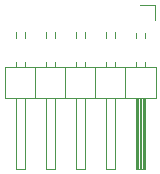
<source format=gbr>
G04 #@! TF.GenerationSoftware,KiCad,Pcbnew,(5.1.4)-1*
G04 #@! TF.CreationDate,2020-03-30T14:47:18-04:00*
G04 #@! TF.ProjectId,ProgAdapter,50726f67-4164-4617-9074-65722e6b6963,rev?*
G04 #@! TF.SameCoordinates,Original*
G04 #@! TF.FileFunction,Legend,Top*
G04 #@! TF.FilePolarity,Positive*
%FSLAX46Y46*%
G04 Gerber Fmt 4.6, Leading zero omitted, Abs format (unit mm)*
G04 Created by KiCad (PCBNEW (5.1.4)-1) date 2020-03-30 14:47:18*
%MOMM*%
%LPD*%
G04 APERTURE LIST*
%ADD10C,0.120000*%
G04 APERTURE END LIST*
D10*
X120850000Y-93830000D02*
X120850000Y-95100000D01*
X119580000Y-93830000D02*
X120850000Y-93830000D01*
X109040000Y-96142929D02*
X109040000Y-96597071D01*
X109800000Y-96142929D02*
X109800000Y-96597071D01*
X109040000Y-98682929D02*
X109040000Y-99080000D01*
X109800000Y-98682929D02*
X109800000Y-99080000D01*
X109040000Y-107740000D02*
X109040000Y-101740000D01*
X109800000Y-107740000D02*
X109040000Y-107740000D01*
X109800000Y-101740000D02*
X109800000Y-107740000D01*
X110690000Y-99080000D02*
X110690000Y-101740000D01*
X111580000Y-96142929D02*
X111580000Y-96597071D01*
X112340000Y-96142929D02*
X112340000Y-96597071D01*
X111580000Y-98682929D02*
X111580000Y-99080000D01*
X112340000Y-98682929D02*
X112340000Y-99080000D01*
X111580000Y-107740000D02*
X111580000Y-101740000D01*
X112340000Y-107740000D02*
X111580000Y-107740000D01*
X112340000Y-101740000D02*
X112340000Y-107740000D01*
X113230000Y-99080000D02*
X113230000Y-101740000D01*
X114120000Y-96142929D02*
X114120000Y-96597071D01*
X114880000Y-96142929D02*
X114880000Y-96597071D01*
X114120000Y-98682929D02*
X114120000Y-99080000D01*
X114880000Y-98682929D02*
X114880000Y-99080000D01*
X114120000Y-107740000D02*
X114120000Y-101740000D01*
X114880000Y-107740000D02*
X114120000Y-107740000D01*
X114880000Y-101740000D02*
X114880000Y-107740000D01*
X115770000Y-99080000D02*
X115770000Y-101740000D01*
X116660000Y-96142929D02*
X116660000Y-96597071D01*
X117420000Y-96142929D02*
X117420000Y-96597071D01*
X116660000Y-98682929D02*
X116660000Y-99080000D01*
X117420000Y-98682929D02*
X117420000Y-99080000D01*
X116660000Y-107740000D02*
X116660000Y-101740000D01*
X117420000Y-107740000D02*
X116660000Y-107740000D01*
X117420000Y-101740000D02*
X117420000Y-107740000D01*
X118310000Y-99080000D02*
X118310000Y-101740000D01*
X119200000Y-96210000D02*
X119200000Y-96597071D01*
X119960000Y-96210000D02*
X119960000Y-96597071D01*
X119200000Y-98682929D02*
X119200000Y-99080000D01*
X119960000Y-98682929D02*
X119960000Y-99080000D01*
X119300000Y-101740000D02*
X119300000Y-107740000D01*
X119420000Y-101740000D02*
X119420000Y-107740000D01*
X119540000Y-101740000D02*
X119540000Y-107740000D01*
X119660000Y-101740000D02*
X119660000Y-107740000D01*
X119780000Y-101740000D02*
X119780000Y-107740000D01*
X119900000Y-101740000D02*
X119900000Y-107740000D01*
X119200000Y-107740000D02*
X119200000Y-101740000D01*
X119960000Y-107740000D02*
X119200000Y-107740000D01*
X119960000Y-101740000D02*
X119960000Y-107740000D01*
X120910000Y-101740000D02*
X120910000Y-99080000D01*
X108090000Y-101740000D02*
X120910000Y-101740000D01*
X108090000Y-99080000D02*
X108090000Y-101740000D01*
X120910000Y-99080000D02*
X108090000Y-99080000D01*
M02*

</source>
